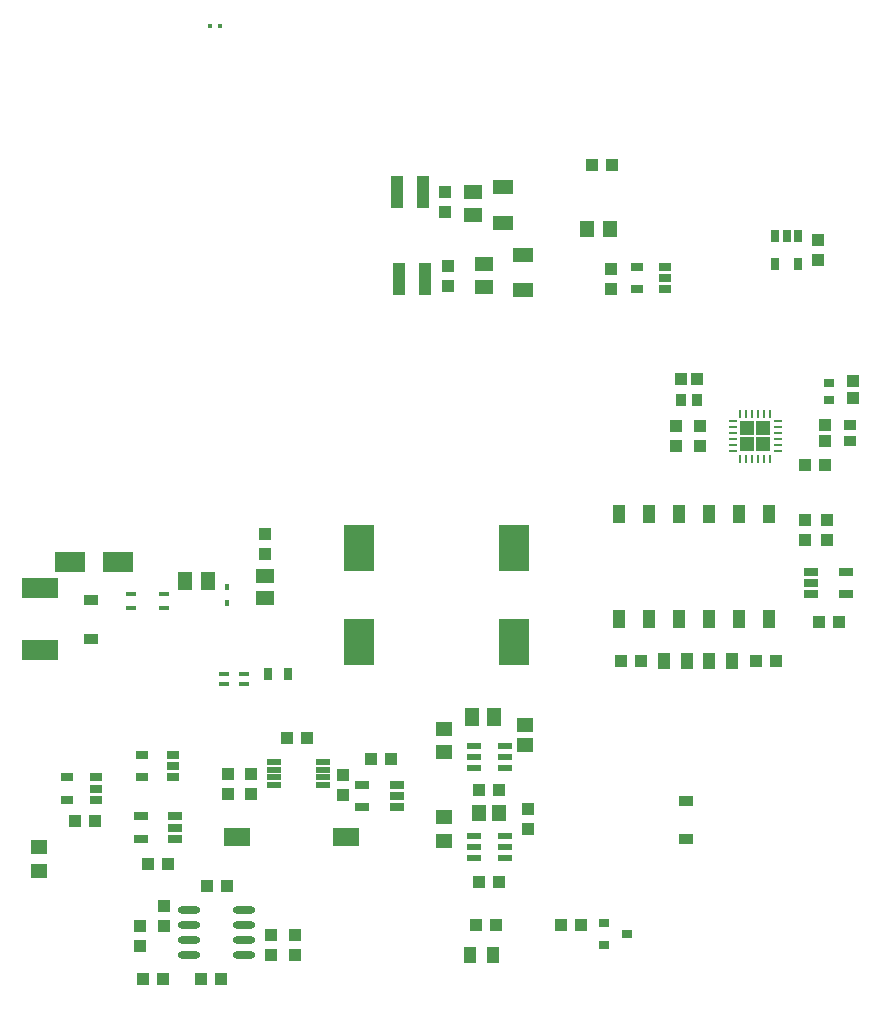
<source format=gtp>
G04*
G04 #@! TF.GenerationSoftware,Altium Limited,Altium Designer,20.0.11 (256)*
G04*
G04 Layer_Color=8421504*
%FSLAX25Y25*%
%MOIN*%
G70*
G01*
G75*
%ADD20R,0.04520X0.04520*%
%ADD21R,0.03543X0.01575*%
%ADD22R,0.08583X0.06299*%
%ADD23R,0.08661X0.06299*%
%ADD24R,0.03543X0.01575*%
%ADD25R,0.03937X0.10630*%
%ADD26R,0.03898X0.02717*%
%ADD27O,0.07480X0.02362*%
%ADD28R,0.01280X0.01575*%
G04:AMPARAMS|DCode=29|XSize=9.84mil|YSize=23.62mil|CornerRadius=1.97mil|HoleSize=0mil|Usage=FLASHONLY|Rotation=180.000|XOffset=0mil|YOffset=0mil|HoleType=Round|Shape=RoundedRectangle|*
%AMROUNDEDRECTD29*
21,1,0.00984,0.01968,0,0,180.0*
21,1,0.00591,0.02362,0,0,180.0*
1,1,0.00394,-0.00295,0.00984*
1,1,0.00394,0.00295,0.00984*
1,1,0.00394,0.00295,-0.00984*
1,1,0.00394,-0.00295,-0.00984*
%
%ADD29ROUNDEDRECTD29*%
G04:AMPARAMS|DCode=30|XSize=9.84mil|YSize=23.62mil|CornerRadius=1.97mil|HoleSize=0mil|Usage=FLASHONLY|Rotation=270.000|XOffset=0mil|YOffset=0mil|HoleType=Round|Shape=RoundedRectangle|*
%AMROUNDEDRECTD30*
21,1,0.00984,0.01968,0,0,270.0*
21,1,0.00591,0.02362,0,0,270.0*
1,1,0.00394,-0.00984,-0.00295*
1,1,0.00394,-0.00984,0.00295*
1,1,0.00394,0.00984,0.00295*
1,1,0.00394,0.00984,-0.00295*
%
%ADD30ROUNDEDRECTD30*%
%ADD31R,0.05709X0.04724*%
%ADD32R,0.04724X0.05709*%
%ADD33R,0.03543X0.02756*%
%ADD34R,0.03543X0.03937*%
%ADD35R,0.03937X0.04331*%
%ADD36R,0.02756X0.03937*%
%ADD37R,0.01575X0.01890*%
%ADD38R,0.04803X0.03583*%
%ADD39R,0.09843X0.15748*%
%ADD40R,0.02756X0.03937*%
%ADD41R,0.04799X0.03598*%
%ADD42R,0.04803X0.02441*%
%ADD43R,0.12402X0.07008*%
%ADD44R,0.03976X0.05787*%
%ADD45R,0.03543X0.03150*%
%ADD46R,0.09843X0.06693*%
G04:AMPARAMS|DCode=47|XSize=17.72mil|YSize=49.21mil|CornerRadius=1.95mil|HoleSize=0mil|Usage=FLASHONLY|Rotation=270.000|XOffset=0mil|YOffset=0mil|HoleType=Round|Shape=RoundedRectangle|*
%AMROUNDEDRECTD47*
21,1,0.01772,0.04532,0,0,270.0*
21,1,0.01382,0.04921,0,0,270.0*
1,1,0.00390,-0.02266,-0.00691*
1,1,0.00390,-0.02266,0.00691*
1,1,0.00390,0.02266,0.00691*
1,1,0.00390,0.02266,-0.00691*
%
%ADD47ROUNDEDRECTD47*%
G04:AMPARAMS|DCode=48|XSize=25.59mil|YSize=47.24mil|CornerRadius=1.92mil|HoleSize=0mil|Usage=FLASHONLY|Rotation=270.000|XOffset=0mil|YOffset=0mil|HoleType=Round|Shape=RoundedRectangle|*
%AMROUNDEDRECTD48*
21,1,0.02559,0.04341,0,0,270.0*
21,1,0.02175,0.04724,0,0,270.0*
1,1,0.00384,-0.02170,-0.01088*
1,1,0.00384,-0.02170,0.01088*
1,1,0.00384,0.02170,0.01088*
1,1,0.00384,0.02170,-0.01088*
%
%ADD48ROUNDEDRECTD48*%
%ADD49R,0.07087X0.04528*%
%ADD50R,0.05118X0.05906*%
%ADD51R,0.05906X0.05118*%
%ADD52R,0.03900X0.04300*%
%ADD53R,0.04331X0.03937*%
%ADD54R,0.04300X0.03900*%
%ADD55R,0.04331X0.05906*%
%ADD56R,0.03937X0.04331*%
%ADD57R,0.04331X0.03937*%
%ADD58R,0.03937X0.02756*%
%ADD59R,0.03937X0.03543*%
D20*
X267153Y193653D02*
D03*
Y188347D02*
D03*
X261847Y193653D02*
D03*
Y188347D02*
D03*
D21*
X94163Y111575D02*
D03*
Y108425D02*
D03*
X87470Y111575D02*
D03*
Y108425D02*
D03*
D22*
X128091Y57500D02*
D03*
D23*
X91909D02*
D03*
D24*
X67512Y138264D02*
D03*
Y133736D02*
D03*
X56488Y138264D02*
D03*
Y133736D02*
D03*
D25*
X154331Y243500D02*
D03*
X145669D02*
D03*
X153862Y272450D02*
D03*
X145201D02*
D03*
D26*
X60302Y77360D02*
D03*
Y84840D02*
D03*
X70498D02*
D03*
Y81100D02*
D03*
Y77360D02*
D03*
D27*
X94252Y33000D02*
D03*
Y23000D02*
D03*
Y28000D02*
D03*
Y18000D02*
D03*
X75748Y33000D02*
D03*
Y28000D02*
D03*
Y23000D02*
D03*
Y18000D02*
D03*
D28*
X86245Y327700D02*
D03*
X82800D02*
D03*
D29*
X269421Y198480D02*
D03*
X265484D02*
D03*
X267453D02*
D03*
X263516D02*
D03*
X269421Y183520D02*
D03*
X265484D02*
D03*
X267453D02*
D03*
X263516D02*
D03*
X261547Y198480D02*
D03*
X259579D02*
D03*
Y183520D02*
D03*
X261547D02*
D03*
D30*
X271980Y195921D02*
D03*
Y191984D02*
D03*
Y190016D02*
D03*
Y193953D02*
D03*
Y188047D02*
D03*
Y186079D02*
D03*
X257020Y195921D02*
D03*
Y191984D02*
D03*
Y190016D02*
D03*
Y193953D02*
D03*
Y188047D02*
D03*
Y186079D02*
D03*
D31*
X187847Y94846D02*
D03*
Y88153D02*
D03*
X160846Y63937D02*
D03*
Y56063D02*
D03*
Y93437D02*
D03*
Y85563D02*
D03*
X25760Y53937D02*
D03*
Y46063D02*
D03*
D32*
X216256Y260000D02*
D03*
X208382D02*
D03*
X179193Y65500D02*
D03*
X172500D02*
D03*
D33*
X289000Y208644D02*
D03*
Y203132D02*
D03*
D34*
X245059Y203000D02*
D03*
X239941D02*
D03*
D35*
X245256Y210000D02*
D03*
X239744D02*
D03*
D36*
X278740Y257724D02*
D03*
X275000D02*
D03*
X271260D02*
D03*
X278740Y248276D02*
D03*
X271260D02*
D03*
D37*
X88500Y140711D02*
D03*
Y135514D02*
D03*
D38*
X43300Y136337D02*
D03*
Y123463D02*
D03*
D39*
X184000Y153748D02*
D03*
Y122252D02*
D03*
X132500Y153748D02*
D03*
Y122252D02*
D03*
D40*
X108693Y111575D02*
D03*
X102000D02*
D03*
D41*
X241528Y69450D02*
D03*
Y56550D02*
D03*
D42*
X170689Y80260D02*
D03*
Y84000D02*
D03*
Y87740D02*
D03*
X181004D02*
D03*
Y84000D02*
D03*
Y80260D02*
D03*
X170689Y50260D02*
D03*
Y54000D02*
D03*
Y57740D02*
D03*
X181004D02*
D03*
Y54000D02*
D03*
Y50260D02*
D03*
D43*
X26000Y140295D02*
D03*
Y119705D02*
D03*
D44*
X241858Y116000D02*
D03*
X234142D02*
D03*
X177205Y18130D02*
D03*
X169488D02*
D03*
X256858Y116000D02*
D03*
X249142D02*
D03*
D45*
X221937Y25000D02*
D03*
X214063Y28740D02*
D03*
Y21260D02*
D03*
D46*
X52031Y148874D02*
D03*
X36283D02*
D03*
D47*
X120516Y79779D02*
D03*
Y82339D02*
D03*
Y74661D02*
D03*
Y77220D02*
D03*
X104177Y82339D02*
D03*
Y77220D02*
D03*
Y79779D02*
D03*
Y74661D02*
D03*
D48*
X71307Y60500D02*
D03*
Y64240D02*
D03*
Y56760D02*
D03*
X59693Y64240D02*
D03*
Y56760D02*
D03*
X145153Y71000D02*
D03*
Y74740D02*
D03*
Y67260D02*
D03*
X133539Y74740D02*
D03*
Y67260D02*
D03*
X294807Y145740D02*
D03*
Y138260D02*
D03*
X283193D02*
D03*
Y145740D02*
D03*
Y142000D02*
D03*
D49*
X187000Y251406D02*
D03*
Y239595D02*
D03*
X180500Y273905D02*
D03*
Y262094D02*
D03*
D50*
X177587Y97500D02*
D03*
X170106D02*
D03*
X81980Y142575D02*
D03*
X74500D02*
D03*
D51*
X174000Y248240D02*
D03*
Y240760D02*
D03*
X101000Y144451D02*
D03*
Y136970D02*
D03*
X170500Y272240D02*
D03*
Y264760D02*
D03*
D52*
X111000Y24846D02*
D03*
Y18154D02*
D03*
X188847Y66847D02*
D03*
Y60154D02*
D03*
X96346Y78347D02*
D03*
Y71653D02*
D03*
X288586Y163031D02*
D03*
Y156339D02*
D03*
X281050Y163031D02*
D03*
Y156339D02*
D03*
X127028Y78047D02*
D03*
Y71354D02*
D03*
X67500Y34346D02*
D03*
Y27654D02*
D03*
X59500Y27847D02*
D03*
Y21154D02*
D03*
X103000Y24847D02*
D03*
Y18154D02*
D03*
D53*
X44346Y62650D02*
D03*
X37653D02*
D03*
X179193Y73000D02*
D03*
X172500D02*
D03*
X179193Y42500D02*
D03*
X172500D02*
D03*
X143193Y83500D02*
D03*
X136500D02*
D03*
X115193Y90500D02*
D03*
X108500D02*
D03*
X292347Y129000D02*
D03*
X285653D02*
D03*
X68846Y48500D02*
D03*
X62154D02*
D03*
X88346Y41000D02*
D03*
X81653D02*
D03*
D54*
X287850Y181500D02*
D03*
X281150D02*
D03*
X206347Y28130D02*
D03*
X199653D02*
D03*
X271346Y116000D02*
D03*
X264653D02*
D03*
X226346D02*
D03*
X219654D02*
D03*
X178193Y28130D02*
D03*
X171500D02*
D03*
X216825Y281500D02*
D03*
X210132D02*
D03*
X67193Y10000D02*
D03*
X60500D02*
D03*
X86378D02*
D03*
X79685D02*
D03*
D55*
X219000Y129961D02*
D03*
Y165000D02*
D03*
X229000Y129961D02*
D03*
Y165000D02*
D03*
X239000Y129961D02*
D03*
Y165000D02*
D03*
X249000Y129961D02*
D03*
Y165000D02*
D03*
X259000Y129961D02*
D03*
Y165000D02*
D03*
X269000Y129961D02*
D03*
Y165000D02*
D03*
D56*
X101000Y158248D02*
D03*
Y151555D02*
D03*
X161000Y272346D02*
D03*
Y265653D02*
D03*
X88846Y78347D02*
D03*
Y71653D02*
D03*
X238000Y194346D02*
D03*
Y187654D02*
D03*
X246000Y194346D02*
D03*
Y187654D02*
D03*
X162000Y247847D02*
D03*
Y241154D02*
D03*
X216500Y246847D02*
D03*
Y240154D02*
D03*
X285500Y256347D02*
D03*
Y249654D02*
D03*
D57*
X287850Y194740D02*
D03*
Y189228D02*
D03*
X297000Y209256D02*
D03*
Y203744D02*
D03*
D58*
X234500Y243740D02*
D03*
Y247480D02*
D03*
Y240000D02*
D03*
X225051Y247480D02*
D03*
Y240000D02*
D03*
X44724Y73472D02*
D03*
Y77212D02*
D03*
Y69732D02*
D03*
X35276Y77212D02*
D03*
Y69732D02*
D03*
D59*
X296000Y194559D02*
D03*
Y189441D02*
D03*
M02*

</source>
